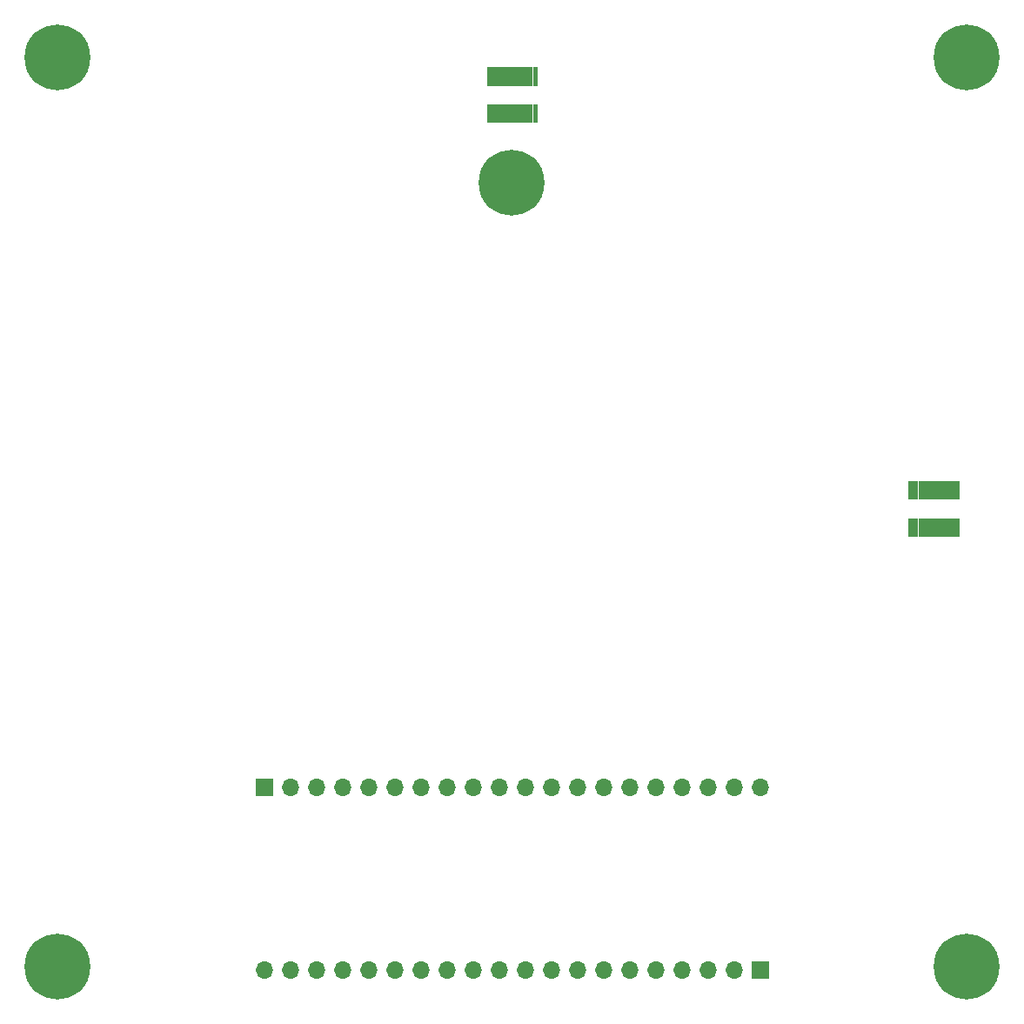
<source format=gbr>
%TF.GenerationSoftware,KiCad,Pcbnew,(7.0.0)*%
%TF.CreationDate,2023-12-08T21:12:49-05:00*%
%TF.ProjectId,Coaster-Graphics,436f6173-7465-4722-9d47-726170686963,rev?*%
%TF.SameCoordinates,Original*%
%TF.FileFunction,Soldermask,Bot*%
%TF.FilePolarity,Negative*%
%FSLAX46Y46*%
G04 Gerber Fmt 4.6, Leading zero omitted, Abs format (unit mm)*
G04 Created by KiCad (PCBNEW (7.0.0)) date 2023-12-08 21:12:49*
%MOMM*%
%LPD*%
G01*
G04 APERTURE LIST*
%ADD10C,0.010000*%
%ADD11C,6.400000*%
%ADD12O,1.700000X1.700000*%
%ADD13R,1.700000X1.700000*%
%ADD14C,3.600000*%
G04 APERTURE END LIST*
%TO.C,J2*%
G36*
X177740000Y-101812566D02*
G01*
X177340000Y-101812566D01*
X177340000Y-100112566D01*
X177740000Y-100112566D01*
X177740000Y-101812566D01*
G37*
D10*
X177740000Y-101812566D02*
X177340000Y-101812566D01*
X177340000Y-100112566D01*
X177740000Y-100112566D01*
X177740000Y-101812566D01*
G36*
X177740000Y-98212566D02*
G01*
X177340000Y-98212566D01*
X177340000Y-96512566D01*
X177740000Y-96512566D01*
X177740000Y-98212566D01*
G37*
X177740000Y-98212566D02*
X177340000Y-98212566D01*
X177340000Y-96512566D01*
X177740000Y-96512566D01*
X177740000Y-98212566D01*
G36*
X178240000Y-101812566D02*
G01*
X177840000Y-101812566D01*
X177840000Y-100112566D01*
X178240000Y-100112566D01*
X178240000Y-101812566D01*
G37*
X178240000Y-101812566D02*
X177840000Y-101812566D01*
X177840000Y-100112566D01*
X178240000Y-100112566D01*
X178240000Y-101812566D01*
G36*
X178240000Y-98212566D02*
G01*
X177840000Y-98212566D01*
X177840000Y-96512566D01*
X178240000Y-96512566D01*
X178240000Y-98212566D01*
G37*
X178240000Y-98212566D02*
X177840000Y-98212566D01*
X177840000Y-96512566D01*
X178240000Y-96512566D01*
X178240000Y-98212566D01*
G36*
X178740000Y-101812566D02*
G01*
X178340000Y-101812566D01*
X178340000Y-100112566D01*
X178740000Y-100112566D01*
X178740000Y-101812566D01*
G37*
X178740000Y-101812566D02*
X178340000Y-101812566D01*
X178340000Y-100112566D01*
X178740000Y-100112566D01*
X178740000Y-101812566D01*
G36*
X178740000Y-98212566D02*
G01*
X178340000Y-98212566D01*
X178340000Y-96512566D01*
X178740000Y-96512566D01*
X178740000Y-98212566D01*
G37*
X178740000Y-98212566D02*
X178340000Y-98212566D01*
X178340000Y-96512566D01*
X178740000Y-96512566D01*
X178740000Y-98212566D01*
G36*
X179240000Y-101812566D02*
G01*
X178840000Y-101812566D01*
X178840000Y-100112566D01*
X179240000Y-100112566D01*
X179240000Y-101812566D01*
G37*
X179240000Y-101812566D02*
X178840000Y-101812566D01*
X178840000Y-100112566D01*
X179240000Y-100112566D01*
X179240000Y-101812566D01*
G36*
X179240000Y-98212566D02*
G01*
X178840000Y-98212566D01*
X178840000Y-96512566D01*
X179240000Y-96512566D01*
X179240000Y-98212566D01*
G37*
X179240000Y-98212566D02*
X178840000Y-98212566D01*
X178840000Y-96512566D01*
X179240000Y-96512566D01*
X179240000Y-98212566D01*
G36*
X179740000Y-101812566D02*
G01*
X179340000Y-101812566D01*
X179340000Y-100112566D01*
X179740000Y-100112566D01*
X179740000Y-101812566D01*
G37*
X179740000Y-101812566D02*
X179340000Y-101812566D01*
X179340000Y-100112566D01*
X179740000Y-100112566D01*
X179740000Y-101812566D01*
G36*
X179740000Y-98212566D02*
G01*
X179340000Y-98212566D01*
X179340000Y-96512566D01*
X179740000Y-96512566D01*
X179740000Y-98212566D01*
G37*
X179740000Y-98212566D02*
X179340000Y-98212566D01*
X179340000Y-96512566D01*
X179740000Y-96512566D01*
X179740000Y-98212566D01*
G36*
X180240000Y-101812566D02*
G01*
X179840000Y-101812566D01*
X179840000Y-100112566D01*
X180240000Y-100112566D01*
X180240000Y-101812566D01*
G37*
X180240000Y-101812566D02*
X179840000Y-101812566D01*
X179840000Y-100112566D01*
X180240000Y-100112566D01*
X180240000Y-101812566D01*
G36*
X180240000Y-98212566D02*
G01*
X179840000Y-98212566D01*
X179840000Y-96512566D01*
X180240000Y-96512566D01*
X180240000Y-98212566D01*
G37*
X180240000Y-98212566D02*
X179840000Y-98212566D01*
X179840000Y-96512566D01*
X180240000Y-96512566D01*
X180240000Y-98212566D01*
G36*
X180740000Y-101812566D02*
G01*
X180340000Y-101812566D01*
X180340000Y-100112566D01*
X180740000Y-100112566D01*
X180740000Y-101812566D01*
G37*
X180740000Y-101812566D02*
X180340000Y-101812566D01*
X180340000Y-100112566D01*
X180740000Y-100112566D01*
X180740000Y-101812566D01*
G36*
X180740000Y-98212566D02*
G01*
X180340000Y-98212566D01*
X180340000Y-96512566D01*
X180740000Y-96512566D01*
X180740000Y-98212566D01*
G37*
X180740000Y-98212566D02*
X180340000Y-98212566D01*
X180340000Y-96512566D01*
X180740000Y-96512566D01*
X180740000Y-98212566D01*
G36*
X181240000Y-101812566D02*
G01*
X180840000Y-101812566D01*
X180840000Y-100112566D01*
X181240000Y-100112566D01*
X181240000Y-101812566D01*
G37*
X181240000Y-101812566D02*
X180840000Y-101812566D01*
X180840000Y-100112566D01*
X181240000Y-100112566D01*
X181240000Y-101812566D01*
G36*
X181240000Y-98212566D02*
G01*
X180840000Y-98212566D01*
X180840000Y-96512566D01*
X181240000Y-96512566D01*
X181240000Y-98212566D01*
G37*
X181240000Y-98212566D02*
X180840000Y-98212566D01*
X180840000Y-96512566D01*
X181240000Y-96512566D01*
X181240000Y-98212566D01*
G36*
X181740000Y-101812566D02*
G01*
X181340000Y-101812566D01*
X181340000Y-100112566D01*
X181740000Y-100112566D01*
X181740000Y-101812566D01*
G37*
X181740000Y-101812566D02*
X181340000Y-101812566D01*
X181340000Y-100112566D01*
X181740000Y-100112566D01*
X181740000Y-101812566D01*
G36*
X181740000Y-98212566D02*
G01*
X181340000Y-98212566D01*
X181340000Y-96512566D01*
X181740000Y-96512566D01*
X181740000Y-98212566D01*
G37*
X181740000Y-98212566D02*
X181340000Y-98212566D01*
X181340000Y-96512566D01*
X181740000Y-96512566D01*
X181740000Y-98212566D01*
G36*
X182240000Y-101812566D02*
G01*
X181840000Y-101812566D01*
X181840000Y-100112566D01*
X182240000Y-100112566D01*
X182240000Y-101812566D01*
G37*
X182240000Y-101812566D02*
X181840000Y-101812566D01*
X181840000Y-100112566D01*
X182240000Y-100112566D01*
X182240000Y-101812566D01*
G36*
X182240000Y-98212566D02*
G01*
X181840000Y-98212566D01*
X181840000Y-96512566D01*
X182240000Y-96512566D01*
X182240000Y-98212566D01*
G37*
X182240000Y-98212566D02*
X181840000Y-98212566D01*
X181840000Y-96512566D01*
X182240000Y-96512566D01*
X182240000Y-98212566D01*
%TO.C,J1*%
G36*
X141239934Y-57930000D02*
G01*
X140839934Y-57930000D01*
X140839934Y-56230000D01*
X141239934Y-56230000D01*
X141239934Y-57930000D01*
G37*
X141239934Y-57930000D02*
X140839934Y-57930000D01*
X140839934Y-56230000D01*
X141239934Y-56230000D01*
X141239934Y-57930000D01*
G36*
X141239934Y-61530000D02*
G01*
X140839934Y-61530000D01*
X140839934Y-59830000D01*
X141239934Y-59830000D01*
X141239934Y-61530000D01*
G37*
X141239934Y-61530000D02*
X140839934Y-61530000D01*
X140839934Y-59830000D01*
X141239934Y-59830000D01*
X141239934Y-61530000D01*
G36*
X140739934Y-57930000D02*
G01*
X140339934Y-57930000D01*
X140339934Y-56230000D01*
X140739934Y-56230000D01*
X140739934Y-57930000D01*
G37*
X140739934Y-57930000D02*
X140339934Y-57930000D01*
X140339934Y-56230000D01*
X140739934Y-56230000D01*
X140739934Y-57930000D01*
G36*
X140739934Y-61530000D02*
G01*
X140339934Y-61530000D01*
X140339934Y-59830000D01*
X140739934Y-59830000D01*
X140739934Y-61530000D01*
G37*
X140739934Y-61530000D02*
X140339934Y-61530000D01*
X140339934Y-59830000D01*
X140739934Y-59830000D01*
X140739934Y-61530000D01*
G36*
X140239934Y-57930000D02*
G01*
X139839934Y-57930000D01*
X139839934Y-56230000D01*
X140239934Y-56230000D01*
X140239934Y-57930000D01*
G37*
X140239934Y-57930000D02*
X139839934Y-57930000D01*
X139839934Y-56230000D01*
X140239934Y-56230000D01*
X140239934Y-57930000D01*
G36*
X140239934Y-61530000D02*
G01*
X139839934Y-61530000D01*
X139839934Y-59830000D01*
X140239934Y-59830000D01*
X140239934Y-61530000D01*
G37*
X140239934Y-61530000D02*
X139839934Y-61530000D01*
X139839934Y-59830000D01*
X140239934Y-59830000D01*
X140239934Y-61530000D01*
G36*
X139739934Y-57930000D02*
G01*
X139339934Y-57930000D01*
X139339934Y-56230000D01*
X139739934Y-56230000D01*
X139739934Y-57930000D01*
G37*
X139739934Y-57930000D02*
X139339934Y-57930000D01*
X139339934Y-56230000D01*
X139739934Y-56230000D01*
X139739934Y-57930000D01*
G36*
X139739934Y-61530000D02*
G01*
X139339934Y-61530000D01*
X139339934Y-59830000D01*
X139739934Y-59830000D01*
X139739934Y-61530000D01*
G37*
X139739934Y-61530000D02*
X139339934Y-61530000D01*
X139339934Y-59830000D01*
X139739934Y-59830000D01*
X139739934Y-61530000D01*
G36*
X139239934Y-57930000D02*
G01*
X138839934Y-57930000D01*
X138839934Y-56230000D01*
X139239934Y-56230000D01*
X139239934Y-57930000D01*
G37*
X139239934Y-57930000D02*
X138839934Y-57930000D01*
X138839934Y-56230000D01*
X139239934Y-56230000D01*
X139239934Y-57930000D01*
G36*
X139239934Y-61530000D02*
G01*
X138839934Y-61530000D01*
X138839934Y-59830000D01*
X139239934Y-59830000D01*
X139239934Y-61530000D01*
G37*
X139239934Y-61530000D02*
X138839934Y-61530000D01*
X138839934Y-59830000D01*
X139239934Y-59830000D01*
X139239934Y-61530000D01*
G36*
X138739934Y-57930000D02*
G01*
X138339934Y-57930000D01*
X138339934Y-56230000D01*
X138739934Y-56230000D01*
X138739934Y-57930000D01*
G37*
X138739934Y-57930000D02*
X138339934Y-57930000D01*
X138339934Y-56230000D01*
X138739934Y-56230000D01*
X138739934Y-57930000D01*
G36*
X138739934Y-61530000D02*
G01*
X138339934Y-61530000D01*
X138339934Y-59830000D01*
X138739934Y-59830000D01*
X138739934Y-61530000D01*
G37*
X138739934Y-61530000D02*
X138339934Y-61530000D01*
X138339934Y-59830000D01*
X138739934Y-59830000D01*
X138739934Y-61530000D01*
G36*
X138239934Y-57930000D02*
G01*
X137839934Y-57930000D01*
X137839934Y-56230000D01*
X138239934Y-56230000D01*
X138239934Y-57930000D01*
G37*
X138239934Y-57930000D02*
X137839934Y-57930000D01*
X137839934Y-56230000D01*
X138239934Y-56230000D01*
X138239934Y-57930000D01*
G36*
X138239934Y-61530000D02*
G01*
X137839934Y-61530000D01*
X137839934Y-59830000D01*
X138239934Y-59830000D01*
X138239934Y-61530000D01*
G37*
X138239934Y-61530000D02*
X137839934Y-61530000D01*
X137839934Y-59830000D01*
X138239934Y-59830000D01*
X138239934Y-61530000D01*
G36*
X137739934Y-57930000D02*
G01*
X137339934Y-57930000D01*
X137339934Y-56230000D01*
X137739934Y-56230000D01*
X137739934Y-57930000D01*
G37*
X137739934Y-57930000D02*
X137339934Y-57930000D01*
X137339934Y-56230000D01*
X137739934Y-56230000D01*
X137739934Y-57930000D01*
G36*
X137739934Y-61530000D02*
G01*
X137339934Y-61530000D01*
X137339934Y-59830000D01*
X137739934Y-59830000D01*
X137739934Y-61530000D01*
G37*
X137739934Y-61530000D02*
X137339934Y-61530000D01*
X137339934Y-59830000D01*
X137739934Y-59830000D01*
X137739934Y-61530000D01*
G36*
X137239934Y-57930000D02*
G01*
X136839934Y-57930000D01*
X136839934Y-56230000D01*
X137239934Y-56230000D01*
X137239934Y-57930000D01*
G37*
X137239934Y-57930000D02*
X136839934Y-57930000D01*
X136839934Y-56230000D01*
X137239934Y-56230000D01*
X137239934Y-57930000D01*
G36*
X137239934Y-61530000D02*
G01*
X136839934Y-61530000D01*
X136839934Y-59830000D01*
X137239934Y-59830000D01*
X137239934Y-61530000D01*
G37*
X137239934Y-61530000D02*
X136839934Y-61530000D01*
X136839934Y-59830000D01*
X137239934Y-59830000D01*
X137239934Y-61530000D01*
G36*
X136739934Y-57930000D02*
G01*
X136339934Y-57930000D01*
X136339934Y-56230000D01*
X136739934Y-56230000D01*
X136739934Y-57930000D01*
G37*
X136739934Y-57930000D02*
X136339934Y-57930000D01*
X136339934Y-56230000D01*
X136739934Y-56230000D01*
X136739934Y-57930000D01*
G36*
X136739934Y-61530000D02*
G01*
X136339934Y-61530000D01*
X136339934Y-59830000D01*
X136739934Y-59830000D01*
X136739934Y-61530000D01*
G37*
X136739934Y-61530000D02*
X136339934Y-61530000D01*
X136339934Y-59830000D01*
X136739934Y-59830000D01*
X136739934Y-61530000D01*
%TD*%
D11*
%TO.C,H5*%
X138789934Y-67490200D03*
%TD*%
D12*
%TO.C,J3*%
X162924933Y-126279999D03*
X160384933Y-126279999D03*
X157844933Y-126279999D03*
X155304933Y-126279999D03*
X152764933Y-126279999D03*
X150224933Y-126279999D03*
X147684933Y-126279999D03*
X145144933Y-126279999D03*
X142604933Y-126279999D03*
X140064933Y-126279999D03*
X137524933Y-126279999D03*
X134984933Y-126279999D03*
X132444933Y-126279999D03*
X129904933Y-126279999D03*
X127364933Y-126279999D03*
X124824933Y-126279999D03*
X122284933Y-126279999D03*
X119744933Y-126279999D03*
X117204933Y-126279999D03*
D13*
X114664933Y-126279999D03*
%TD*%
D14*
%TO.C,H4*%
X183039934Y-55250066D03*
D11*
X183039934Y-55250066D03*
%TD*%
D14*
%TO.C,H3*%
X183039934Y-143750066D03*
D11*
X183039934Y-143750066D03*
%TD*%
D14*
%TO.C,H2*%
X94539934Y-143750066D03*
D11*
X94539934Y-143750066D03*
%TD*%
%TO.C,H1*%
X94539934Y-55250066D03*
D14*
X94539934Y-55250066D03*
%TD*%
D12*
%TO.C,J4*%
X114664933Y-144059999D03*
X117204933Y-144059999D03*
X119744933Y-144059999D03*
X122284933Y-144059999D03*
X124824933Y-144059999D03*
X127364933Y-144059999D03*
X129904933Y-144059999D03*
X132444933Y-144059999D03*
X134984933Y-144059999D03*
X137524933Y-144059999D03*
X140064933Y-144059999D03*
X142604933Y-144059999D03*
X145144933Y-144059999D03*
X147684933Y-144059999D03*
X150224933Y-144059999D03*
X152764933Y-144059999D03*
X155304933Y-144059999D03*
X157844933Y-144059999D03*
X160384933Y-144059999D03*
D13*
X162924933Y-144059999D03*
%TD*%
M02*

</source>
